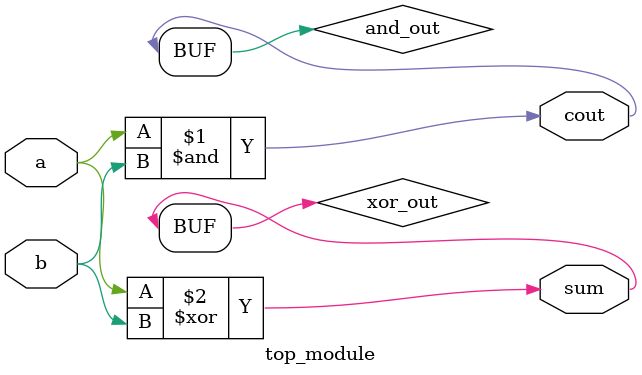
<source format=sv>
module top_module (
	input a,
	input b,
	output sum,
	output cout
);

	// Declare internal signals
	wire and_out;
	wire xor_out;

	// Implement half adder logic
	assign and_out = a & b;
	assign xor_out = a ^ b;
	assign sum = xor_out;
	assign cout = and_out;

endmodule

</source>
